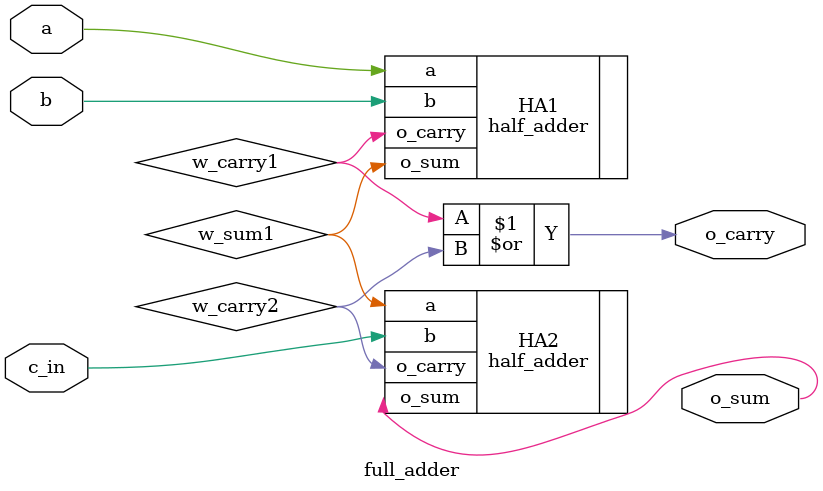
<source format=v>
`timescale 1ns / 1ps

module full_adder(
    input a,
    input b,
    input c_in,
    output o_sum,
    output o_carry
    );
   
   wire w_sum1;
   wire w_carry1;
   wire w_carry2;

   half_adder HA1(
    .a(a),
    .b(b),
    .o_sum(w_sum1),
    .o_carry(w_carry1)
   );
   
   half_adder HA2(
    .a(w_sum1),
    .b(c_in),
    .o_sum(o_sum),
    .o_carry(w_carry2)
   );

   assign o_carry = w_carry1 | w_carry2;

endmodule

</source>
